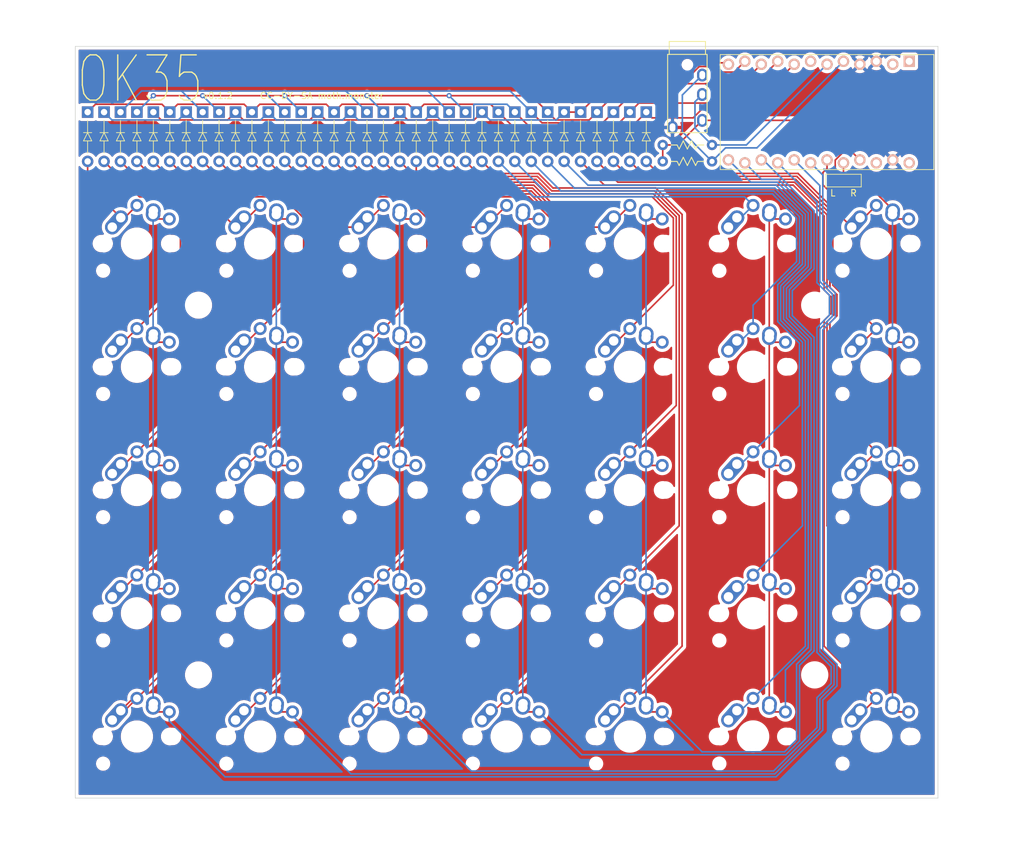
<source format=kicad_pcb>
(kicad_pcb (version 20211014) (generator pcbnew)
  (title_block (title "OK35") (date "2022-02-21") (rev "0.1.1") (company "moth.monster"))
  (layers (0 "F.Cu" signal) (31 "B.Cu" signal) (34 "B.Paste" user) (35 "F.Paste" user) (36 "B.SilkS" user "B.Silkscreen") (37 "F.SilkS" user "F.Silkscreen") (38 "B.Mask" user) (39 "F.Mask" user) (44 "Edge.Cuts" user))
  (net 0 "")
  (net 1 "Row1")
  (net 2 "Net-(D1-Pad2)")
  (net 3 "Row2")
  (net 4 "Net-(D2-Pad2)")
  (net 5 "Row3")
  (net 6 "Net-(D3-Pad2)")
  (net 7 "Row4")
  (net 8 "Net-(D4-Pad2)")
  (net 9 "Row0")
  (net 10 "Net-(D5-Pad2)")
  (net 11 "Net-(D6-Pad2)")
  (net 12 "Net-(D7-Pad2)")
  (net 13 "Net-(D8-Pad2)")
  (net 14 "Net-(D9-Pad2)")
  (net 15 "Net-(D10-Pad2)")
  (net 16 "Net-(D11-Pad2)")
  (net 17 "Net-(D12-Pad2)")
  (net 18 "Net-(D13-Pad2)")
  (net 19 "Net-(D14-Pad2)")
  (net 20 "Net-(D15-Pad2)")
  (net 21 "Net-(D16-Pad2)")
  (net 22 "Net-(D17-Pad2)")
  (net 23 "Net-(D18-Pad2)")
  (net 24 "Net-(D19-Pad2)")
  (net 25 "Net-(D20-Pad2)")
  (net 26 "Net-(D21-Pad2)")
  (net 27 "Net-(D22-Pad2)")
  (net 28 "Net-(D23-Pad2)")
  (net 29 "Net-(D24-Pad2)")
  (net 30 "Net-(D25-Pad2)")
  (net 31 "Net-(D26-Pad2)")
  (net 32 "Net-(D27-Pad2)")
  (net 33 "Net-(D28-Pad2)")
  (net 34 "Net-(D29-Pad2)")
  (net 35 "Net-(D30-Pad2)")
  (net 36 "Net-(D31-Pad2)")
  (net 37 "Net-(D32-Pad2)")
  (net 38 "Net-(D33-Pad2)")
  (net 39 "Net-(D34-Pad2)")
  (net 40 "Net-(D35-Pad2)")
  (net 41 "SDA")
  (net 42 "VCC")
  (net 43 "SCL")
  (net 44 "Col1")
  (net 45 "Col2")
  (net 46 "Col3")
  (net 47 "Col4")
  (net 48 "Col5")
  (net 49 "Col6")
  (net 50 "Net-(U2-Pad20)")
  (net 51 "GND")
  (net 55 "Col0")
  (footprint "keebio:MD_Diode" (layer "F.Cu") (at 101.6 46.54 -90)
    (fp_text reference "D9")
    (fp_text value "D" hide)
  )
  (footprint "keebio:MD_Diode" (layer "F.Cu") (at 149.86 46.54 -90)
    (fp_text reference "D6")
    (fp_text value "D" hide)
  )
  (footprint "Resistor_THT:R_Axial_DIN0207_L6.3mm_D2.5mm_P7.62mm_Horizontal" (layer "F.Cu") (at 177.8 47.81 180)
    (fp_text reference "R2" hide)
    (fp_text value "2K2")
  )
  (footprint "keebio:MX-Alps-Choc-1U-NoLED" (layer "F.Cu") (at 184.15 82.1)
    (fp_text reference "SW13" hide)
    (fp_text value "SW_SPST")
  )
  (footprint "keebio:MX-Alps-Choc-1U-NoLED" (layer "F.Cu") (at 203.2 139.25)
    (fp_text reference "SW35" hide)
    (fp_text value "SW_SPST")
  )
  (footprint "keebio:MX-Alps-Choc-1U-NoLED" (layer "F.Cu") (at 146.05 82.1)
    (fp_text reference "SW11" hide)
    (fp_text value "SW_SPST")
  )
  (footprint "keebio:MX-Alps-Choc-1U-NoLED" (layer "F.Cu") (at 88.9 101.15)
    (fp_text reference "SW15" hide)
    (fp_text value "SW_SPST")
  )
  (footprint "MountingHole:MountingHole_3.2mm_M3" (layer "F.Cu") (at 98.425 129.725)
    (fp_text reference "REF**" hide)
    (fp_text value "MountingHole_3.2mm_M3")
  )
  (footprint "keebio:MD_Diode" (layer "F.Cu") (at 127 46.54 -90)
    (fp_text reference "D11")
    (fp_text value "D" hide)
  )
  (footprint "keebio:MD_Diode" (layer "F.Cu") (at 119.38 46.54 -90)
    (fp_text reference "D24")
    (fp_text value "D" hide)
  )
  (footprint "keebio:MD_Diode" (layer "F.Cu") (at 88.9 46.54 -90)
    (fp_text reference "D8")
    (fp_text value "D" hide)
  )
  (footprint "MountingHole:MountingHole_3.2mm_M3" (layer "F.Cu") (at 98.425 72.575)
    (fp_text reference "REF**" hide)
    (fp_text value "MountingHole_3.2mm_M3")
  )
  (footprint "keebio:MX-Alps-Choc-1U-NoLED" (layer "F.Cu") (at 127 63.05)
    (fp_text reference "SW3" hide)
    (fp_text value "SW_SPST")
  )
  (footprint "keebio:MX-Alps-Choc-1U-NoLED" (layer "F.Cu") (at 107.95 82.1)
    (fp_text reference "SW9" hide)
    (fp_text value "SW_SPST")
  )
  (footprint "keebio:MD_Diode" (layer "F.Cu") (at 152.4 46.54 -90)
    (fp_text reference "D13")
    (fp_text value "D" hide)
  )
  (footprint "keebio:MD_Diode" (layer "F.Cu") (at 170.18 46.54 -90)
    (fp_text reference "D14")
    (fp_text value "D" hide)
  )
  (footprint "keebio:MX-Alps-Choc-1U-NoLED" (layer "F.Cu") (at 146.05 120.2)
    (fp_text reference "SW25" hide)
    (fp_text value "SW_SPST")
  )
  (footprint "keebio:MX-Alps-Choc-1U-NoLED" (layer "F.Cu") (at 146.05 101.15)
    (fp_text reference "SW18" hide)
    (fp_text value "SW_SPST")
  )
  (footprint "keebio:MD_Diode" (layer "F.Cu") (at 114.3 46.54 -90)
    (fp_text reference "D10")
    (fp_text value "D" hide)
  )
  (footprint "keebio:MD_Diode" (layer "F.Cu") (at 111.76 46.54 -90)
    (fp_text reference "D3")
    (fp_text value "D" hide)
  )
  (footprint "keebio:MX-Alps-Choc-1U-NoLED" (layer "F.Cu") (at 127 101.15)
    (fp_text reference "SW17" hide)
    (fp_text value "SW_SPST")
  )
  (footprint "keebio:MD_Diode" (layer "F.Cu") (at 86.36 46.54 -90)
    (fp_text reference "D1")
    (fp_text value "D" hide)
  )
  (footprint "keebio:MD_Diode" (layer "F.Cu") (at 124.46 46.54 -90)
    (fp_text reference "D4")
    (fp_text value "D" hide)
  )
  (footprint "keebio:MX-Alps-Choc-1U-NoLED" (layer "F.Cu") (at 146.05 63.05)
    (fp_text reference "SW4" hide)
    (fp_text value "SW_SPST")
  )
  (footprint "keebio:TRRS-PJ-320A" (layer "F.Cu") (at 173.99 33.8075)
    (fp_text reference "U1")
    (fp_text value "TRRS")
  )
  (footprint "keebio:MD_Diode" (layer "F.Cu") (at 109.22 46.54 -90)
    (fp_text reference "D30")
    (fp_text value "D" hide)
  )
  (footprint "keebio:MD_Diode" (layer "F.Cu") (at 142.24 46.54 -90)
    (fp_text reference "D19")
    (fp_text value "D" hide)
  )
  (footprint "keebio:MD_Diode" (layer "F.Cu") (at 106.68 46.54 -90)
    (fp_text reference "D23")
    (fp_text value "D" hide)
  )
  (footprint "keebio:MX-Alps-Choc-1U-NoLED" (layer "F.Cu") (at 127 82.1)
    (fp_text reference "SW10" hide)
    (fp_text value "SW_SPST")
  )
  (footprint "keebio:MD_Diode" (layer "F.Cu") (at 144.78 46.54 -90)
    (fp_text reference "D26")
    (fp_text value "D" hide)
  )
  (footprint "keebio:MX-Alps-Choc-1U-NoLED" (layer "F.Cu") (at 184.15 139.25)
    (fp_text reference "SW34" hide)
    (fp_text value "SW_SPST")
  )
  (footprint "keebio:MX-Alps-Choc-1U-NoLED" (layer "F.Cu") (at 184.15 120.2)
    (fp_text reference "SW27" hide)
    (fp_text value "SW_SPST")
  )
  (footprint "keebio:MX-Alps-Choc-1U-NoLED" (layer "F.Cu") (at 203.2 101.15)
    (fp_text reference "SW21" hide)
    (fp_text value "SW_SPST")
  )
  (footprint "keebio:MD_Diode" (layer "F.Cu") (at 172.72 46.54 -90)
    (fp_text reference "D7")
    (fp_text value "D" hide)
  )
  (footprint "keebio:MD_Diode" (layer "F.Cu") (at 129.54 46.54 -90)
    (fp_text reference "D18")
    (fp_text value "D" hide)
  )
  (footprint "keebio:MD_Diode" (layer "F.Cu") (at 132.08 46.54 -90)
    (fp_text reference "D25")
    (fp_text value "D" hide)
  )
  (footprint "keebio:MX-Alps-Choc-1U-NoLED" (layer "F.Cu") (at 203.2 120.2)
    (fp_text reference "SW28" hide)
    (fp_text value "SW_SPST")
  )
  (footprint "keebio:MX-Alps-Choc-1U-NoLED" (layer "F.Cu") (at 107.95 101.15)
    (fp_text reference "SW16" hide)
    (fp_text value "SW_SPST")
  )
  (footprint "keebio:MD_Diode" (layer "F.Cu") (at 99.06 46.54 -90)
    (fp_text reference "D2")
    (fp_text value "D" hide)
  )
  (footprint "keebio:MD_Diode" (layer "F.Cu") (at 147.32 46.54 -90)
    (fp_text reference "D33")
    (fp_text value "D" hide)
  )
  (footprint "keebio:MX-Alps-Choc-1U-NoLED" (layer "F.Cu") (at 203.2 63.05)
    (fp_text reference "SW7" hide)
    (fp_text value "SW_SPST")
  )
  (footprint "Resistor_THT:R_Axial_DIN0207_L6.3mm_D2.5mm_P7.62mm_Horizontal" (layer "F.Cu") (at 177.8 50.35 180)
    (fp_text reference "R1" hide)
    (fp_text value "2K2")
  )
  (footprint "keebio:MD_Diode" (layer "F.Cu") (at 162.56 46.54 -90)
    (fp_text reference "D35")
    (fp_text value "D" hide)
  )
  (footprint "keebio:MD_Diode" (layer "F.Cu") (at 139.7 46.54 -90)
    (fp_text reference "D12")
    (fp_text value "D" hide)
  )
  (footprint "keebio:MD_Diode" (layer "F.Cu") (at 160.02 46.54 -90)
    (fp_text reference "D34")
    (fp_text value "D" hide)
  )
  (footprint "keebio:MX-Alps-Choc-1U-NoLED" (layer "F.Cu") (at 88.9 82.1)
    (fp_text reference "SW8" hide)
    (fp_text value "SW_SPST")
  )
  (footprint "MountingHole:MountingHole_3.2mm_M3" (layer "F.Cu") (at 193.675 129.725)
    (fp_text reference "REF**" hide)
    (fp_text value "MountingHole_3.2mm_M3")
  )
  (footprint "keebio:MX-Alps-Choc-1U-NoLED" (layer "F.Cu") (at 88.9 139.25)
    (fp_text reference "SW29" hide)
    (fp_text value "SW_SPST")
  )
  (footprint "keebio:MX-Alps-Choc-1U-NoLED" (layer "F.Cu") (at 165.1 120.2)
    (fp_text reference "SW26" hide)
    (fp_text value "SW_SPST")
  )
  (footprint "keebio:MX-Alps-Choc-1U-NoLED" (layer "F.Cu") (at 165.1 139.25)
    (fp_text reference "SW33" hide)
    (fp_text value "SW_SPST")
  )
  (footprint "keebio:MX-Alps-Choc-1U-NoLED" (layer "F.Cu") (at 127 120.2)
    (fp_text reference "SW24" hide)
    (fp_text value "SW_SPST")
  )
  (footprint "keebio:MD_Diode" (layer "F.Cu") (at 137.16 46.54 -90)
    (fp_text reference "D5")
    (fp_text value "D" hide)
  )
  (footprint "keebio:MD_Diode" (layer "F.Cu") (at 157.48 46.54 -90)
    (fp_text reference "D27")
    (fp_text value "D" hide)
  )
  (footprint "keebio:MD_Diode" (layer "F.Cu") (at 165.1 46.54 -90)
    (fp_text reference "D28")
    (fp_text value "D" hide)
  )
  (footprint "keebio:MX-Alps-Choc-1U-NoLED" (layer "F.Cu") (at 146.05 139.25)
    (fp_text reference "SW32" hide)
    (fp_text value "SW_SPST")
  )
  (footprint "keebio:MX-Alps-Choc-1U-NoLED" (layer "F.Cu") (at 165.1 63.05)
    (fp_text reference "SW5" hide)
    (fp_text value "SW_SPST")
  )
  (footprint "keebio:MD_Diode" (layer "F.Cu") (at 116.84 46.54 -90)
    (fp_text reference "D17")
    (fp_text value "D" hide)
  )
  (footprint "keebio:MX-Alps-Choc-1U-NoLED" (layer "F.Cu") (at 184.15 63.05)
    (fp_text reference "SW6" hide)
    (fp_text value "SW_SPST")
  )
  (footprint "keebio:MD_Diode" (layer "F.Cu") (at 91.44 46.54 -90)
    (fp_text reference "D15")
    (fp_text value "D" hide)
  )
  (footprint "keebio:ArduinoProMicro-ZigZag" (layer "F.Cu") (at 194.31 42.73 180)
    (fp_text reference "U2" hide)
    (fp_text value "ProMicro" hide)
  )
  (footprint "MountingHole:MountingHole_3.2mm_M3" (layer "F.Cu") (at 193.675 72.575)
    (fp_text reference "REF**" hide)
    (fp_text value "MountingHole_3.2mm_M3")
  )
  (footprint "keebio:MD_Diode" (layer "F.Cu") (at 167.64 46.54 -90)
    (fp_text reference "D21")
    (fp_text value "D" hide)
  )
  (footprint "keebio:MX-Alps-Choc-1U-NoLED" (layer "F.Cu") (at 127 139.25)
    (fp_text reference "SW31" hide)
    (fp_text value "SW_SPST")
  )
  (footprint "keebio:MD_Diode" (layer "F.Cu") (at 154.94 46.54 -90)
    (fp_text reference "D20")
    (fp_text value "D" hide)
  )
  (footprint "keebio:MX-Alps-Choc-1U-NoLED" (layer "F.Cu") (at 88.9 120.2)
    (fp_text reference "SW22" hide)
    (fp_text value "SW_SPST")
  )
  (footprint "keebio:MD_Diode" (layer "F.Cu") (at 134.62 46.54 -90)
    (fp_text reference "D32")
    (fp_text value "D" hide)
  )
  (footprint "keebio:MX-Alps-Choc-1U-NoLED" (layer "F.Cu") (at 107.95 63.05)
    (fp_text reference "SW2" hide)
    (fp_text value "SW_SPST")
  )
  (footprint "keebio:MX-Alps-Choc-1U-NoLED" (layer "F.Cu") (at 88.9 63.05)
    (fp_text reference "SW1" hide)
    (fp_text value "SW_SPST")
  )
  (footprint "keebio:MX-Alps-Choc-1U-NoLED" (layer "F.Cu") (at 107.95 120.2)
    (fp_text reference "SW23" hide)
    (fp_text value "SW_SPST")
  )
  (footprint "keebio:MD_Diode" (layer "F.Cu") (at 104.14 46.54 -90)
    (fp_text reference "D16")
    (fp_text value "D" hide)
  )
  (footprint "keebio:MX-Alps-Choc-1U-NoLED" (layer "F.Cu") (at 184.15 101.15)
    (fp_text reference "SW20" hide)
    (fp_text value "SW_SPST")
  )
  (footprint "keebio:MX-Alps-Choc-1U-NoLED" (layer "F.Cu") (at 107.95 139.25)
    (fp_text reference "SW30" hide)
    (fp_text value "SW_SPST")
  )
  (footprint "keebio:MD_Diode" (layer "F.Cu") (at 121.92 46.54 -90)
    (fp_text reference "D31")
    (fp_text value "D" hide)
  )
  (footprint "Jumper:SolderJumper-3_P2.0mm_Open_TrianglePad1.0x1.5mm" (layer "F.Cu") (at 198.12 53.34)
    (fp_text reference "JP1" hide)
    (fp_text value "SolderJumper_3_Open")
  )
  (footprint "keebio:MD_Diode" (layer "F.Cu") (at 96.52 46.54 -90)
    (fp_text reference "D29")
    (fp_text value "D" hide)
  )
  (footprint "keebio:MD_Diode" (layer "F.Cu") (at 93.98 46.54 -90)
    (fp_text reference "D22")
    (fp_text value "D" hide)
  )
  (footprint "keebio:MX-Alps-Choc-1U-NoLED" (layer "F.Cu") (at 203.2 82.1)
    (fp_text reference "SW14" hide)
    (fp_text value "SW_SPST")
  )
  (footprint "keebio:MX-Alps-Choc-1U-NoLED" (layer "F.Cu") (at 165.1 82.1)
    (fp_text reference "SW12" hide)
    (fp_text value "SW_SPST")
  )
  (footprint "keebio:MX-Alps-Choc-1U-NoLED" (layer "F.Cu") (at 165.1 101.15)
    (fp_text reference "SW19" hide)
    (fp_text value "SW_SPST")
  )
  (gr_line (start 171.45 50.35) (end 172.4025 50.35) (layer "F.SilkS") (width 0.15))
  (gr_line (start 171.45 47.81) (end 172.4025 47.81) (layer "F.SilkS") (width 0.15))
  (gr_line (start 175.26 50.985) (end 175.5775 50.35) (layer "F.SilkS") (width 0.15))
  (gr_line (start 173.355 49.715) (end 173.99 50.985) (layer "F.SilkS") (width 0.15))
  (gr_line (start 176.53 47.81) (end 175.5775 47.81) (layer "F.SilkS") (width 0.15))
  (gr_line (start 172.72 48.445) (end 173.355 47.175) (layer "F.SilkS") (width 0.15))
  (gr_line (start 174.625 49.715) (end 175.26 50.985) (layer "F.SilkS") (width 0.15))
  (gr_line (start 172.4025 50.35) (end 172.72 50.985) (layer "F.SilkS") (width 0.15))
  (gr_line (start 172.72 50.985) (end 173.355 49.715) (layer "F.SilkS") (width 0.15))
  (gr_line (start 174.625 47.175) (end 175.26 48.445) (layer "F.SilkS") (width 0.15))
  (gr_line (start 173.355 47.175) (end 173.99 48.445) (layer "F.SilkS") (width 0.15))
  (gr_line (start 172.4025 47.81) (end 172.72 48.445) (layer "F.SilkS") (width 0.15))
  (gr_line (start 175.26 48.445) (end 175.5775 47.81) (layer "F.SilkS") (width 0.15))
  (gr_line (start 176.53 50.35) (end 175.5775 50.35) (layer "F.SilkS") (width 0.15))
  (gr_line (start 173.99 50.985) (end 174.625 49.715) (layer "F.SilkS") (width 0.15))
  (gr_line (start 173.99 48.445) (end 174.625 47.175) (layer "F.SilkS") (width 0.15))
  (gr_line (start 212.725 148.775) (end 79.375 148.775) (layer "Edge.Cuts") (width 0.1))
  (gr_line (start 79.375 148.775) (end 79.375 32.57) (layer "Edge.Cuts") (width 0.1))
  (gr_line (start 212.725 32.57) (end 79.375 32.57) (layer "Edge.Cuts") (width 0.1))
  (gr_line (start 212.725 148.775) (end 212.725 32.57) (layer "Edge.Cuts") (width 0.1))
  (gr_text "CC-BY-SA moth.monster" (at 117.475 40.19) (layer "F.SilkS") (effects (font (size 1 1))))
  (gr_text "v0.1.2\n" (at 99.06 40.19) (layer "F.SilkS") (effects (font (size 1 1)) (justify left)))
  (gr_text "L   R" (at 198.12 55.245) (layer "F.SilkS") (effects (font (size 1 1))))
  (gr_text "OK35" (at 79.375 37.65) (layer "F.SilkS") (effects (font (size 7 5) (thickness 0.2)) (justify left)))
  (segment (start 165.1 42.73) (end 166.49798 41.33202) (width 0.25) (layer "F.Cu") (net 1))
  (segment (start 166.49798 41.33202) (end 181.50938 41.33202) (width 0.25) (layer "F.Cu") (net 1))
  (segment (start 162.987449 44.842551) (end 165.1 42.73) (width 0.25) (layer "F.Cu") (net 1))
  (segment (start 149.432551 44.842551) (end 162.987449 44.842551) (width 0.25) (layer "F.Cu") (net 1))
  (segment (start 181.50938 41.33202) (end 187.96 34.8814) (width 0.25) (layer "F.Cu") (net 1))
  (segment (start 147.32 42.73) (end 149.432551 44.842551) (width 0.25) (layer "F.Cu") (net 1))
  (segment (start 140.97 43.887022) (end 140.913511 43.943511) (width 0.25) (layer "B.Cu") (net 1))
  (segment (start 140.97 41.572978) (end 140.97 43.887022) (width 0.25) (layer "B.Cu") (net 1))
  (segment (start 109.22 42.73) (end 110.433511 43.943511) (width 0.25) (layer "B.Cu") (net 1))
  (segment (start 85.033511 43.943511) (end 95.306489 43.943511) (width 0.25) (layer "B.Cu") (net 1))
  (segment (start 96.52 42.73) (end 97.733511 43.943511) (width 0.25) (layer "B.Cu") (net 1))
  (segment (start 123.133511 43.943511) (end 133.406489 43.943511) (width 0.25) (layer "B.Cu") (net 1))
  (segment (start 133.406489 43.943511) (end 134.62 42.73) (width 0.25) (layer "B.Cu") (net 1))
  (segment (start 141.026489 41.516489) (end 140.97 41.572978) (width 0.25) (layer "B.Cu") (net 1))
  (segment (start 120.706489 43.943511) (end 121.92 42.73) (width 0.25) (layer "B.Cu") (net 1))
  (segment (start 147.32 42.73) (end 146.106489 41.516489) (width 0.25) (layer "B.Cu") (net 1))
  (segment (start 97.733511 43.943511) (end 108.006489 43.943511) (width 0.25) (layer "B.Cu") (net 1))
  (segment (start 95.306489 43.943511) (end 96.52 42.73) (width 0.25) (layer "B.Cu") (net 1))
  (segment (start 121.92 42.73) (end 123.133511 43.943511) (width 0.25) (layer "B.Cu") (net 1))
  (segment (start 135.833511 43.943511) (end 134.62 42.73) (width 0.25) (layer "B.Cu") (net 1))
  (segment (start 146.106489 41.516489) (end 141.026489 41.516489) (width 0.25) (layer "B.Cu") (net 1))
  (segment (start 108.006489 43.943511) (end 109.22 42.73) (width 0.25) (layer "B.Cu") (net 1))
  (segment (start 83.82 42.73) (end 85.033511 43.943511) (width 0.25) (layer "B.Cu") (net 1))
  (segment (start 140.913511 43.943511) (end 135.833511 43.943511) (width 0.25) (layer "B.Cu") (net 1))
  (segment (start 110.433511 43.943511) (end 120.706489 43.943511) (width 0.25) (layer "B.Cu") (net 1))
  (segment (start 81.28 53.93) (end 86.4 59.05) (width 0.25) (layer "F.Cu") (net 2))
  (segment (start 87 59.05) (end 86.4 59.05) (width 0.25) (layer "F.Cu") (net 2))
  (segment (start 81.28 50.35) (end 81.28 53.93) (width 0.25) (layer "F.Cu") (net 2))
  (segment (start 88.9 57.15) (end 87 59.05) (width 0.25) (layer "F.Cu") (net 2))
  (segment (start 182.42658 38.33202) (end 166.95798 38.33202) (width 0.25) (layer "F.Cu") (net 3))
  (segment (start 160.896969 44.393031) (end 162.56 42.73) (width 0.25) (layer "F.Cu") (net 3))
  (segment (start 185.42 35.3386) (end 182.42658 38.33202) (width 0.25) (layer "F.Cu") (net 3))
  (segment (start 166.95798 38.33202) (end 162.56 42.73) (width 0.25) (layer "F.Cu") (net 3))
  (segment (start 151.523031 44.393031) (end 160.896969 44.393031) (width 0.25) (layer "F.Cu") (net 3))
  (segment (start 149.86 42.73) (end 151.523031 44.393031) (width 0.25) (layer "F.Cu") (net 3))
  (segment (start 89.624511 39.465489) (end 86.36 42.73) (width 0.25) (layer "B.Cu") (net 3))
  (segment (start 121.195489 39.465489) (end 121.120511 39.465489) (width 0.25) (layer "B.Cu") (net 3))
  (segment (start 146.595489 39.465489) (end 133.895489 39.465489) (width 0.25) (layer "B.Cu") (net 3))
  (segment (start 121.120511 39.465489) (end 108.495489 39.465489) (width 0.25) (layer "B.Cu") (net 3))
  (segment (start 137.16 42.73) (end 133.895489 39.465489) (width 0.25) (layer "B.Cu") (net 3))
  (segment (start 124.46 42.73) (end 121.195489 39.465489) (width 0.25) (layer "B.Cu") (net 3))
  (segment (start 95.795489 39.465489) (end 89.624511 39.465489) (width 0.25) (layer "B.Cu") (net 3))
  (segment (start 133.895489 39.465489) (end 121.120511 39.465489) (width 0.25) (layer "B.Cu") (net 3))
  (segment (start 108.495489 39.465489) (end 95.795489 39.465489) (width 0.25) (layer "B.Cu") (net 3))
  (segment (start 111.76 42.73) (end 108.495489 39.465489) (width 0.25) (layer "B.Cu") (net 3))
  (segment (start 149.86 42.73) (end 146.595489 39.465489) (width 0.25) (layer "B.Cu") (net 3))
  (segment (start 99.06 42.73) (end 95.795489 39.465489) (width 0.25) (layer "B.Cu") (net 3))
  (segment (start 104.59 60.51) (end 107.95 57.15) (width 0.25) (layer "F.Cu") (net 4))
  (segment (start 93.98 50.35) (end 104.14 60.51) (width 0.25) (layer "F.Cu") (net 4))
  (segment (start 104.14 60.51) (end 104.59 60.51) (width 0.25) (layer "F.Cu") (net 4))
  (segment (start 158.806489 43.943511) (end 160.02 42.73) (width 0.25) (layer "F.Cu") (net 5))
  (segment (start 153.613511 43.943511) (end 158.806489 43.943511) (width 0.25) (layer "F.Cu") (net 5))
  (segment (start 164.8675 37.8825) (end 160.02 42.73) (width 0.25) (layer "F.Cu") (net 5))
  (segment (start 181.221989 36.539411) (end 179.229411 36.539411) (width 0.25) (layer "F.Cu") (net 5))
  (segment (start 173.624689 37.8825) (end 164.8675 37.8825) (width 0.25) (layer "F.Cu") (net 5))
  (segment (start 182.88 34.8814) (end 181.221989 36.539411) (width 0.25) (layer "F.Cu") (net 5))
  (segment (start 124.46 40.19) (end 137.16 40.19) (width 0.25) (layer "F.Cu") (net 5))
  (segment (start 91.44 40.19) (end 99.06 40.19) (width 0.25) (layer "F.Cu") (net 5))
  (segment (start 124.46 40.19) (end 111.76 40.19) (width 0.25) (layer "F.Cu") (net 5))
  (segment (start 152.4 42.73) (end 149.86 40.19) (width 0.25) (layer "F.Cu") (net 5))
  (segment (start 175.824209 35.68298) (end 173.624689 37.8825) (width 0.25) (layer "F.Cu") (net 5))
  (segment (start 111.76 40.19) (end 99.06 40.19) (width 0.25) (layer "F.Cu") (net 5))
  (segment (start 179.229411 36.539411) (end 178.37298 35.68298) (width 0.25) (layer "F.Cu") (net 5))
  (segment (start 149.86 40.19) (end 137.16 40.19) (width 0.25) (layer "F.Cu") (net 5))
  (segment (start 152.4 42.73) (end 153.613511 43.943511) (width 0.25) (layer "F.Cu") (net 5))
  (segment (start 178.37298 35.68298) (end 175.824209 35.68298) (width 0.25) (layer "F.Cu") (net 5))
  (via (at 91.44 40.19) (size 0.8) (drill 0.4) (layers "F.Cu" "B.Cu") (net 5))
  (via (at 137.16 40.19) (size 0.8) (drill 0.4) (layers "F.Cu" "B.Cu") (net 5))
  (via (at 99.06 40.19) (size 0.8) (drill 0.4) (layers "F.Cu" "B.Cu") (net 5))
  (via (at 111.76 40.19) (size 0.8) (drill 0.4) (layers "F.Cu" "B.Cu") (net 5))
  (via (at 124.46 40.19) (size 0.8) (drill 0.4) (layers "F.Cu" "B.Cu") (net 5))
  (segment (start 88.9 42.73) (end 91.44 40.19) (width 0.25) (layer "B.Cu") (net 5))
  (segment (start 139.7 42.73) (end 137.16 40.19) (width 0.25) (layer "B.Cu") (net 5))
  (segment (start 101.6 42.73) (end 99.06 40.19) (width 0.25) (layer "B.Cu") (net 5))
  (segment (start 114.3 42.73) (end 111.76 40.19) (width 0.25) (layer "B.Cu") (net 5))
  (segment (start 127 42.73) (end 124.46 40.19) (width 0.25) (layer "B.Cu") (net 5))
  (segment (start 118.626014 60.51) (end 123.19 60.51) (width 0.25) (layer "F.Cu") (net 6))
  (segment (start 123.19 60.51) (end 123.64 60.51) (width 0.25) (layer "F.Cu") (net 6))
  (segment (start 106.68 50.35) (end 110.357409 54.027409) (width 0.25) (layer "F.Cu") (net 6))
  (segment (start 112.143423 54.027409) (end 118.626014 60.51) (width 0.25) (layer "F.Cu") (net 6))
  (segment (start 123.64 60.51) (end 127 57.15) (width 0.25) (layer "F.Cu") (net 6))
  (segment (start 110.357409 54.027409) (end 112.143423 54.027409) (width 0.25) (layer "F.Cu") (net 6))
  (segment (start 104.14 42.73) (end 105.353511 43.943511) (width 0.25) (layer "F.Cu") (net 7))
  (segment (start 180.1114 35.11) (end 180.34 35.3386) (width 0.25) (layer "F.Cu") (net 7))
  (segment (start 130.753511 43.943511) (end 141.026489 43.943511) (width 0.25) (layer "F.Cu") (net 7))
  (segment (start 128.326489 43.943511) (end 129.54 42.73) (width 0.25) (layer "F.Cu") (net 7))
  (segment (start 118.053511 43.943511) (end 128.326489 43.943511) (width 0.25) (layer "F.Cu") (net 7))
  (segment (start 116.84 42.73) (end 118.053511 43.943511) (width 0.25) (layer "F.Cu") (net 7))
  (segment (start 173.438491 37.43298) (end 175.761471 35.11) (width 0.25) (layer "F.Cu") (net 7))
  (segment (start 157.48 42.73) (end 154.94 42.73) (width 0.25) (layer "F.Cu") (net 7))
  (segment (start 92.653511 43.943511) (end 102.926489 43.943511) (width 0.25) (layer "F.Cu") (net 7))
  (segment (start 157.48 42.73) (end 162.77702 37.43298) (width 0.25) (layer "F.Cu") (net 7))
  (segment (start 129.54 42.73) (end 130.753511 43.943511) (width 0.25) (layer "F.Cu") (net 7))
  (segment (start 102.926489 43.943511) (end 104.14 42.73) (width 0.25) (layer "F.Cu") (net 7))
  (segment (start 162.77702 37.43298) (end 173.438491 37.43298) (width 0.25) (layer "F.Cu") (net 7))
  (segment (start 141.026489 43.943511) (end 142.24 42.73) (width 0.25) (layer "F.Cu") (net 7))
  (segment (start 91.44 42.73) (end 92.653511 43.943511) (width 0.25) (layer "F.Cu") (net 7))
  (segment (start 105.353511 43.943511) (end 115.626489 43.943511) (width 0.25) (layer "F.Cu") (net 7))
  (segment (start 115.626489 43.943511) (end 116.84 42.73) (width 0.25) (layer "F.Cu") (net 7))
  (segment (start 175.761471 35.11) (end 180.1114 35.11) (width 0.25) (layer "F.Cu") (net 7))
  (segment (start 153.726489 43.943511) (end 154.94 42.73) (width 0.25) (layer "B.Cu") (net 7))
  (segment (start 142.24 42.73) (end 143.453511 43.943511) (width 0.25) (layer "B.Cu") (net 7))
  (segment (start 143.453511 43.943511) (end 153.726489 43.943511) (width 0.25) (layer "B.Cu") (net 7))
  (segment (start 131.193421 54.027409) (end 137.676011 60.51) (width 0.25) (layer "F.Cu") (net 8))
  (segment (start 146.05 57.15) (end 142.69 60.51) (width 0.25) (layer "F.Cu") (net 8))
  (segment (start 137.676011 60.51) (end 142.24 60.51) (width 0.25) (layer "F.Cu") (net 8))
  (segment (start 119.38 50.35) (end 123.057409 54.027409) (width 0.25) (layer "F.Cu") (net 8))
  (segment (start 123.057409 54.027409) (end 131.193421 54.027409) (width 0.25) (layer "F.Cu") (net 8))
  (segment (start 142.69 60.51) (end 142.24 60.51) (width 0.25) (layer "F.Cu") (net 8))
  (segment (start 120.593511 41.516489) (end 119.38 42.73) (width 0.25) (layer "F.Cu") (net 9))
  (segment (start 81.28 42.73) (end 82.493511 41.516489) (width 0.25) (layer "F.Cu") (net 9))
  (segment (start 82.493511 41.516489) (end 92.766489 41.516489) (width 0.25) (layer "F.Cu") (net 9))
  (segment (start 130.866489 41.516489) (end 120.593511 41.516489) (width 0.25) (layer "F.Cu") (net 9))
  (segment (start 168.528999 43.618999) (end 174.88819 43.618999) (width 0.25) (layer "F.Cu") (net 9))
  (segment (start 107.893511 41.516489) (end 106.68 42.73) (width 0.25) (layer "F.Cu") (net 9))
  (segment (start 92.766489 41.516489) (end 93.98 42.73) (width 0.25) (layer "F.Cu") (net 9))
  (segment (start 165.077929 45.292071) (end 167.64 42.73) (width 0.25) (layer "F.Cu") (net 9))
  (segment (start 105.466489 41.516489) (end 95.193511 41.516489) (width 0.25) (layer "F.Cu") (net 9))
  (segment (start 174.88819 43.618999) (end 176.725649 41.78154) (width 0.25) (layer "F.Cu") (net 9))
  (segment (start 147.342071 45.292071) (end 165.077929 45.292071) (width 0.25) (layer "F.Cu") (net 9))
  (segment (start 133.293511 41.516489) (end 132.08 42.73) (width 0.25) (layer "F.Cu") (net 9))
  (segment (start 176.725649 41.78154) (end 184.05706 41.78154) (width 0.25) (layer "F.Cu") (net 9))
  (segment (start 167.64 42.73) (end 168.528999 43.618999) (width 0.25) (layer "F.Cu") (net 9))
  (segment (start 119.38 42.73) (end 118.166489 41.516489) (width 0.25) (layer "F.Cu") (net 9))
  (segment (start 132.08 42.73) (end 130.866489 41.516489) (width 0.25) (layer "F.Cu") (net 9))
  (segment (start 106.68 42.73) (end 105.466489 41.516489) (width 0.25) (layer "F.Cu") (net 9))
  (segment (start 144.78 42.73) (end 147.342071 45.292071) (width 0.25) (layer "F.Cu") (net 9))
  (segment (start 184.05706 41.78154) (end 190.5 35.3386) (width 0.25) (layer "F.Cu") (net 9))
  (segment (start 144.78 42.73) (end 143.566489 41.516489) (width 0.25) (layer "F.Cu") (net 9))
  (segment (start 95.193511 41.516489) (end 93.98 42.73) (width 0.25) (layer "F.Cu") (net 9))
  (segment (start 143.566489 41.516489) (end 133.293511 41.516489) (width 0.25) (layer "F.Cu") (net 9))
  (segment (start 118.166489 41.516489) (end 107.893511 41.516489) (width 0.25) (layer "F.Cu") (net 9))
  (segment (start 156.726013 60.51) (end 161.29 60.51) (width 0.25) (layer "F.Cu") (net 10))
  (segment (start 132.08 51.735402) (end 134.367558 54.02296) (width 0.25) (layer "F.Cu") (net 10))
  (segment (start 161.29 60.51) (end 161.74 60.51) (width 0.25) (layer "F.Cu") (net 10))
  (segment (start 150.238973 54.02296) (end 156.726013 60.51) (width 0.25) (layer "F.Cu") (net 10))
  (segment (start 134.367558 54.02296) (end 150.238973 54.02296) (width 0.25) (layer "F.Cu") (net 10))
  (segment (start 132.08 50.35) (end 132.08 51.735402) (width 0.25) (layer "F.Cu") (net 10))
  (segment (start 161.74 60.51) (end 165.1 57.15) (width 0.25) (layer "F.Cu") (net 10))
  (segment (start 184.15 57.15) (end 182.825489 55.825489) (width 0.25) (layer "B.Cu") (net 11))
  (segment (start 150.255489 55.825489) (end 144.78 50.35) (width 0.25) (layer "B.Cu") (net 11))
  (segment (start 180.34 60.51) (end 180.79 60.51) (width 0.25) (layer "B.Cu") (net 11))
  (segment (start 180.79 60.51) (end 184.15 57.15) (width 0.25) (layer "B.Cu") (net 11))
  (segment (start 182.825489 55.825489) (end 150.255489 55.825489) (width 0.25) (layer "B.Cu") (net 11))
  (segment (start 167.64 50.35) (end 169.502268 52.212268) (width 0.25) (layer "F.Cu") (net 12))
  (segment (start 169.502268 52.212268) (end 191.092268 52.212268) (width 0.25) (layer "F.Cu") (net 12))
  (segment (start 191.092268 52.212268) (end 199.39 60.51) (width 0.25) (layer "F.Cu") (net 12))
  (segment (start 199.84 60.51) (end 199.39 60.51) (width 0.25) (layer "F.Cu") (net 12))
  (segment (start 203.2 57.15) (end 199.84 60.51) (width 0.25) (layer "F.Cu") (net 12))
  (segment (start 85.09 79.56) (end 85.54 79.56) (width 0.25) (layer "F.Cu") (net 13))
  (segment (start 95.624521 58.344521) (end 95.624521 69.475479) (width 0.25) (layer "F.Cu") (net 13))
  (segment (start 83.82 50.35) (end 89.295489 55.825489) (width 0.25) (layer "F.Cu") (net 13))
  (segment (start 85.54 79.56) (end 88.9 76.2) (width 0.25) (layer "F.Cu") (net 13))
  (segment (start 89.295489 55.825489) (end 93.105489 55.825489) (width 0.25) (layer "F.Cu") (net 13))
  (segment (start 93.105489 55.825489) (end 95.624521 58.344521) (width 0.25) (layer "F.Cu") (net 13))
  (segment (start 95.624521 69.475479) (end 88.9 76.2) (width 0.25) (layer "F.Cu") (net 13))
  (segment (start 104.14 79.56) (end 104.59 79.56) (width 0.25) (layer "F.Cu") (net 14))
  (segment (start 96.52 50.35) (end 101.995489 55.825489) (width 0.25) (layer "F.Cu") (net 14))
  (segment (start 104.59 79.56) (end 107.95 76.2) (width 0.25) (layer "F.Cu") (net 14))
  (segment (start 111.398632 55.825489) (end 114.674521 59.101378) (width 0.25) (layer "F.Cu") (net 14))
  (segment (start 101.995489 55.825489) (end 111.398632 55.825489) (width 0.25) (layer "F.Cu") (net 14))
  (segment (start 114.674521 69.475479) (end 107.95 76.2) (width 0.25) (layer "F.Cu") (net 14))
  (segment (start 114.674521 59.101378) (end 114.674521 69.475479) (width 0.25) (layer "F.Cu") (net 14))
  (segment (start 114.695489 55.825489) (end 130.448632 55.825489) (width 0.25) (layer "F.Cu") (net 15))
  (segment (start 133.724521 59.101379) (end 133.724521 69.475479) (width 0.25) (layer "F.Cu") (net 15))
  (segment (start 133.724521 69.475479) (end 127 76.2) (width 0.25) (layer "F.Cu") (net 15))
  (segment (start 123.19 79.56) (end 123.64 79.56) (width 0.25) (layer "F.Cu") (net 15))
  (segment (start 109.22 50.35) (end 114.695489 55.825489) (width 0.25) (layer "F.Cu") (net 15))
  (segment (start 130.448632 55.825489) (end 133.724521 59.101379) (width 0.25) (layer "F.Cu") (net 15))
  (segment (start 123.64 79.56) (end 127 76.2) (width 0.25) (layer "F.Cu") (net 15))
  (segment (start 133.627219 55.825489) (end 131.379618 53.577889) (width 0.25) (layer "F.Cu") (net 16))
  (segment (start 149.498632 55.825489) (end 133.627219 55.825489) (width 0.25) (layer "F.Cu") (net 16))
  (segment (start 131.379618 53.577889) (end 125.147889 53.577889) (width 0.25) (layer "F.Cu") (net 16))
  (segment (start 152.774521 59.101378) (end 150.191104 56.517961) (width 0.25) (layer "F.Cu") (net 16))
  (segment (start 146.05 76.2) (end 152.774521 69.475479) (width 0.25) (layer "F.Cu") (net 16))
  (segment (start 142.24 79.56) (end 142.69 79.56) (width 0.25) (layer "F.Cu") (net 16))
  (segment (start 152.774521 69.475479) (end 152.774521 59.101378) (width 0.25) (layer "F.Cu") (net 16))
  (segment (start 150.191104 56.517961) (end 149.498632 55.825489) (width 0.25) (layer "F.Cu") (net 16))
  (segment (start 125.147889 53.577889) (end 121.92 50.35) (width 0.25) (layer "F.Cu") (net 16))
  (segment (start 142.69 79.56) (end 146.05 76.2) (width 0.25) (layer "F.Cu") (net 16))
  (segment (start 161.29 79.56) (end 161.74 79.56) (width 0.25) (layer "F.Cu") (net 17))
  (segment (start 168.531572 55.808428) (end 152.660159 55.808428) (width 0.25) (layer "F.Cu") (net 17))
  (segment (start 152.660159 55.808428) (end 150.42517 53.57344) (width 0.25) (layer "F.Cu") (net 17))
  (segment (start 137.84344 53.57344) (end 134.62 50.35) (width 0.25) (layer "F.Cu") (net 17))
  (segment (start 171.824521 59.101378) (end 168.531572 55.808428) (width 0.25) (layer "F.Cu") (net 17))
  (segment (start 161.74 79.56) (end 165.1 76.2) (width 0.25) (layer "F.Cu") (net 17))
  (segment (start 150.42517 53.57344) (end 137.84344 53.57344) (width 0.25) (layer "F.Cu") (net 17))
  (segment (start 171.824521 69.475479) (end 171.824521 59.101378) (width 0.25) (layer "F.Cu") (net 17))
  (segment (start 165.1 76.2) (end 171.824521 69.475479) (width 0.25) (layer "F.Cu") (net 17))
  (segment (start 190.874521 59.101378) (end 187.581571 55.808429) (width 0.25) (layer "B.Cu") (net 18))
  (segment (start 187.149111 55.375969) (end 187.581571 55.808429) (width 0.25) (layer "B.Cu") (net 18))
  (segment (start 190.874521 65.850479) (end 190.874521 59.101378) (width 0.25) (layer "B.Cu") (net 18))
  (segment (start 147.32 50.35) (end 152.345969 55.375969) (width 0.25) (layer "B.Cu") (net 18))
  (segment (start 184.15 76.2) (end 184.15 72.575) (width 0.25) (layer "B.Cu") (net 18))
  (segment (start 187.581571 55.808429) (end 187.149112 55.375969) (width 0.25) (layer "B.Cu") (net 18))
  (segment (start 184.15 72.575) (end 190.874521 65.850479) (width 0.25) (layer "B.Cu") (net 18))
  (segment (start 152.345969 55.375969) (end 187.149111 55.375969) (width 0.25) (layer "B.Cu") (net 18))
  (segment (start 180.79 79.56) (end 184.15 76.2) (width 0.25) (layer "B.Cu") (net 18))
  (segment (start 180.34 79.56) (end 180.79 79.56) (width 0.25) (layer "B.Cu") (net 18))
  (segment (start 196.475479 58.231197) (end 190.90607 52.661788) (width 0.25) (layer "F.Cu") (net 19))
  (segment (start 167.411788 52.661788) (end 165.1 50.35) (width 0.25) (layer "F.Cu") (net 19))
  (segment (start 190.90607 52.661788) (end 167.411788 52.661788) (width 0.25) (layer "F.Cu") (net 19))
  (segment (start 199.39 79.56) (end 199.84 79.56) (width 0.25) (layer "F.Cu") (net 19))
  (segment (start 199.84 79.56) (end 203.2 76.2) (width 0.25) (layer "F.Cu") (net 19))
  (segment (start 196.475479 69.475479) (end 196.475479 58.231197) (width 0.25) (layer "F.Cu") (net 19))
  (segment (start 203.2 76.2) (end 196.475479 69.475479) (width 0.25) (layer "F.Cu") (net 19))
  (segment (start 96.074041 76.195959) (end 96.074041 88.075959) (width 0.25) (layer "F.Cu") (net 20))
  (segment (start 93.291687 55.375969) (end 96.074041 58.158323) (width 0.25) (layer "F.Cu") (net 20))
  (segment (start 96.074041 69.845959) (end 94.615 71.305) (width 0.25) (layer "F.Cu") (net 20))
  (segment (start 96.074041 58.158323) (end 96.074041 69.845959) (width 0.25) (layer "F.Cu") (net 20))
  (segment (start 85.54 98.61) (end 88.9 95.25) (width 0.25) (layer "F.Cu") (net 20))
  (segment (start 91.385969 55.375969) (end 93.291687 55.375969) (width 0.25) (layer "F.Cu") (net 20))
  (segment (start 85.09 98.61) (end 85.54 98.61) (width 0.25) (layer "F.Cu") (net 20))
  (segment (start 94.615 71.305) (end 94.615 74.736918) (width 0.25) (layer "F.Cu") (net 20))
  (segment (start 86.36 50.35) (end 91.385969 55.375969) (width 0.25) (layer "F.Cu") (net 20))
  (segment (start 94.615 74.736918) (end 96.074041 76.195959) (width 0.25) (layer "F.Cu") (net 20))
  (segment (start 96.074041 88.075959) (end 88.9 95.25) (width 0.25) (layer "F.Cu") (net 20))
  (segment (start 104.085969 55.375969) (end 106.625969 55.375969) (width 0.25) (layer "F.Cu") (net 21))
  (segment (start 99.06 50.35) (end 104.085969 55.375969) (width 0.25) (layer "F.Cu") (net 21))
  (segment (start 115.124041 88.075959) (end 115.124041 60.51) (width 0.25) (layer "F.Cu") (net 21))
  (segment (start 104.14 98.61) (end 104.59 98.61) (width 0.25) (layer "F.Cu") (net 21))
  (segment (start 115.124041 60.51) (end 115.124041 58.91518) (width 0.25) (layer "F.Cu") (net 21))
  (segment (start 104.59 98.61) (end 107.95 95.25) (width 0.25) (layer "F.Cu") (net 21))
  (segment (start 107.95 95.25) (end 115.124041 88.075959) (width 0.25) (layer "F.Cu") (net 21))
  (segment (start 111.58483 55.375969) (end 106.625969 55.375969) (width 0.25) (layer "F.Cu") (net 21))
  (segment (start 115.124041 58.91518) (end 111.58483 55.375969) (width 0.25) (layer "F.Cu") (net 21))
  (segment (start 111.76 50.35) (end 116.785969 55.375969) (width 0.25) (layer "F.Cu") (net 22))
  (segment (start 123.64 98.61) (end 127 95.25) (width 0.25) (layer "F.Cu") (net 22))
  (segment (start 134.174041 88.075959) (end 134.174041 58.915181) (width 0.25) (layer "F.Cu") (net 22))
  (segment (start 127 95.25) (end 134.174041 88.075959) (width 0.25) (layer "F.Cu") (net 22))
  (segment (start 123.19 98.61) (end 123.64 98.61) (width 0.25) (layer "F.Cu") (net 22))
  (segment (start 128.27 55.375969) (end 130.634829 55.375969) (width 0.25) (layer "F.Cu") (net 22))
  (segment (start 130.634829 55.375969) (end 133.774031 58.515171) (width 0.25) (layer "F.Cu") (net 22))
  (segment (start 134.174041 58.915181) (end 133.774031 58.515171) (width 0.25) (layer "F.Cu") (net 22))
  (segment (start 116.785969 55.375969) (end 128.27 55.375969) (width 0.25) (layer "F.Cu") (net 22))
  (segment (start 153.224041 88.075959) (end 153.224041 60.193959) (width 0.25) (layer "F.Cu") (net 23))
  (segment (start 149.684829 55.375969) (end 133.813417 55.375969) (width 0.25) (layer "F.Cu") (net 23))
  (segment (start 142.69 98.61) (end 146.05 95.25) (width 0.25) (layer "F.Cu") (net 23))
  (segment (start 142.24 98.61) (end 142.69 98.61) (width 0.25) (layer "F.Cu") (net 23))
  (segment (start 146.05 95.25) (end 153.224041 88.075959) (width 0.25) (layer "F.Cu") (net 23))
  (segment (start 133.813417 55.375969) (end 131.565815 53.128369) (width 0.25) (layer "F.Cu") (net 23))
  (segment (start 131.565815 53.128369) (end 127.238369 53.128369) (width 0.25) (layer "F.Cu") (net 23))
  (segment (start 153.224041 60.193959) (end 153.224041 58.91518) (width 0.25) (layer "F.Cu") (net 23))
  (segment (start 127.238369 53.128369) (end 124.46 50.35) (width 0.25) (layer "F.Cu") (net 23))
  (segment (start 153.224041 58.91518) (end 149.684829 55.375969) (width 0.25) (layer "F.Cu") (net 23))
  (segment (start 165.1 95.25) (end 172.274041 88.075959) (width 0.25) (layer "F.Cu") (net 24))
  (segment (start 139.93392 53.12392) (end 137.16 50.35) (width 0.25) (layer "F.Cu") (net 24))
  (segment (start 150.611368 53.12392) (end 139.93392 53.12392) (width 0.25) (layer "F.Cu") (net 24))
  (segment (start 172.274041 88.075959) (end 172.274041 58.915181) (width 0.25) (layer "F.Cu") (net 24))
  (segment (start 152.846357 55.358908) (end 150.611368 53.12392) (width 0.25) (layer "F.Cu") (net 24))
  (segment (start 172.274041 58.915181) (end 168.717769 55.358908) (width 0.25) (layer "F.Cu") (net 24))
  (segment (start 161.29 98.61) (end 161.74 98.61) (width 0.25) (layer "F.Cu") (net 24))
  (segment (start 161.74 98.61) (end 165.1 95.25) (width 0.25) (layer "F.Cu") (net 24))
  (segment (start 168.717769 55.358908) (end 152.846357 55.358908) (width 0.25) (layer "F.Cu") (net 24))
  (segment (start 180.79 98.61) (end 184.15 95.25) (width 0.25) (layer "B.Cu") (net 25))
  (segment (start 191.324041 78.479041) (end 191.324041 88.075959) (width 0.25) (layer "B.Cu") (net 25))
  (segment (start 187.335309 54.926449) (end 191.324041 58.91518) (width 0.25) (layer "B.Cu") (net 25))
  (segment (start 191.324041 58.91518) (end 191.324041 66.036677) (width 0.25) (layer "B.Cu") (net 25))
  (segment (start 191.324041 88.075959) (end 184.15 95.25) (width 0.25) (layer "B.Cu") (net 25))
  (segment (start 191.324041 66.036677) (end 187.96 69.400718) (width 0.25) (layer "B.Cu") (net 25))
  (segment (start 187.96 75.115) (end 191.324041 78.479041) (width 0.25) (layer "B.Cu") (net 25))
  (segment (start 180.34 98.61) (end 180.79 98.61) (width 0.25) (layer "B.Cu") (net 25))
  (segment (start 149.86 50.35) (end 154.436449 54.926449) (width 0.25) (layer "B.Cu") (net 25))
  (segment (start 154.436449 54.926449) (end 187.335309 54.926449) (width 0.25) (layer "B.Cu") (net 25))
  (segment (start 187.96 69.400718) (end 187.96 75.115) (width 0.25) (layer "B.Cu") (net 25))
  (segment (start 196.025959 58.417395) (end 196.025959 68.954041) (width 0.25) (layer "F.Cu") (net 26))
  (segment (start 196.025959 68.954041) (end 196.025959 69.845959) (width 0.25) (layer "F.Cu") (net 26))
  (segment (start 196.025959 88.075959) (end 196.025959 75.305476) (width 0.25) (layer "F.Cu") (net 26))
  (segment (start 162.56 50.35) (end 165.321308 53.111308) (width 0.25) (layer "F.Cu") (net 26))
  (segment (start 196.025959 68.954041) (end 196.025959 69.210959) (width 0.25) (layer "F.Cu") (net 26))
  (segment (start 199.39 98.61) (end 199.84 98.61) (width 0.25) (layer "F.Cu") (net 26))
  (segment (start 196.025959 75.305476) (end 197.11404 74.217394) (width 0.25) (layer "F.Cu") (net 26))
  (segment (start 199.84 98.61) (end 203.2 95.25) (width 0.25) (layer "F.Cu") (net 26))
  (segment (start 197.11404 70.93404) (end 196.025959 69.845959) (width 0.25) (layer "F.Cu") (net 26))
  (segment (start 165.321308 53.111308) (end 190.719872 53.111308) (width 0.25) (layer "F.Cu") (net 26))
  (segment (start 197.11404 74.217394) (end 197.11404 70.93404) (width 0.25) (layer "F.Cu") (net 26))
  (segment (start 196.025959 69.210959) (end 196.025959 69.845959) (width 0.25) (layer "F.Cu") (net 26))
  (segment (start 203.2 95.25) (end 196.025959 88.075959) (width 0.25) (layer "F.Cu") (net 26))
  (segment (start 190.719872 53.111308) (end 196.025959 58.417395) (width 0.25) (layer "F.Cu") (net 26))
  (segment (start 95.25 74.48) (end 95.25 71.305718) (width 0.25) (layer "F.Cu") (net 27))
  (segment (start 88.9 114.3) (end 96.523561 106.676439) (width 0.25) (layer "F.Cu") (net 27))
  (segment (start 85.54 117.66) (end 88.9 114.3) (width 0.25) (layer "F.Cu") (net 27))
  (segment (start 85.09 117.66) (end 85.54 117.66) (width 0.25) (layer "F.Cu") (net 27))
  (segment (start 96.517157 70.038561) (end 96.523561 70.038561) (width 0.25) (layer "F.Cu") (net 27))
  (segment (start 95.25 71.305718) (end 96.517157 70.038561) (width 0.25) (layer "F.Cu") (net 27))
  (segment (start 96.523561 75.753561) (end 95.25 74.48) (width 0.25) (layer "F.Cu") (net 27))
  (segment (start 96.523561 106.676439) (end 96.523561 75.753561) (width 0.25) (layer "F.Cu") (net 27))
  (segment (start 96.523561 57.972126) (end 88.901436 50.35) (width 0.25) (layer "F.Cu") (net 27))
  (segment (start 96.523561 70.038561) (end 96.523561 57.972126) (width 0.25) (layer "F.Cu") (net 27))
  (segment (start 88.901436 50.35) (end 88.9 50.35) (width 0.25) (layer "F.Cu") (net 27))
  (segment (start 111.771028 54.926449) (end 106.176449 54.926449) (width 0.25) (layer "F.Cu") (net 28))
  (segment (start 104.59 117.66) (end 107.95 114.3) (width 0.25) (layer "F.Cu") (net 28))
  (segment (start 115.573561 58.728982) (end 111.771028 54.926449) (width 0.25) (layer "F.Cu") (net 28))
  (segment (start 104.14 117.66) (end 104.59 117.66) (width 0.25) (layer "F.Cu") (net 28))
  (segment (start 115.573561 106.676439) (end 115.573561 58.728982) (width 0.25) (layer "F.Cu") (net 28))
  (segment (start 106.176449 54.926449) (end 101.6 50.35) (width 0.25) (layer "F.Cu") (net 28))
  (segment (start 107.95 114.3) (end 115.573561 106.676439) (width 0.25) (layer "F.Cu") (net 28))
  (segment (start 114.3 50.35) (end 118.876449 54.926449) (width 0.25) (layer "F.Cu") (net 29))
  (segment (start 123.64 117.66) (end 127 114.3) (width 0.25) (layer "F.Cu") (net 29))
  (segment (start 134.623561 58.728984) (end 134.623561 106.676439) (width 0.25) (layer "F.Cu") (net 29))
  (segment (start 134.623561 106.676439) (end 127 114.3) (width 0.25) (layer "F.Cu") (net 29))
  (segment (start 130.821026 54.926449) (end 134.623561 58.728984) (width 0.25) (layer "F.Cu") (net 29))
  (segment (start 118.876449 54.926449) (end 130.821026 54.926449) (width 0.25) (layer "F.Cu") (net 29))
  (segment (start 123.19 117.66) (end 123.64 117.66) (width 0.25) (layer "F.Cu") (net 29))
  (segment (start 153.673561 58.728983) (end 149.866578 54.922) (width 0.25) (layer "F.Cu") (net 30))
  (segment (start 153.673561 106.676439) (end 153.673561 58.728983) (width 0.25) (layer "F.Cu") (net 30))
  (segment (start 130.767151 52.678849) (end 131.752011 52.678849) (width 0.25) (layer "F.Cu") (net 30))
  (segment (start 142.24 117.66) (end 142.69 117.66) (width 0.25) (layer "F.Cu") (net 30))
  (segment (start 131.752012 52.678849) (end 131.106849 52.678849) (width 0.25) (layer "F.Cu") (net 30))
  (segment (start 130.767151 52.678849) (end 129.328849 52.678849) (width 0.25) (layer "F.Cu") (net 30))
  (segment (start 149.866578 54.922) (end 133.995163 54.922) (width 0.25) (layer "F.Cu") (net 30))
  (segment (start 131.752011 52.678849) (end 132.529581 53.456419) (width 0.25) (layer "F.Cu") (net 30))
  (segment (start 142.69 117.66) (end 146.05 114.3) (width 0.25) (layer "F.Cu") (net 30))
  (segment (start 146.05 114.3) (end 153.673561 106.676439) (width 0.25) (layer "F.Cu") (net 30))
  (segment (start 133.995163 54.922) (end 132.529581 53.456419) (width 0.25) (layer "F.Cu") (net 30))
  (segment (start 131.106849 52.678849) (end 130.767151 52.678849) (width 0.25) (layer "F.Cu") (net 30))
  (segment (start 129.328849 52.678849) (end 127 50.35) (width 0.25) (layer "F.Cu") (net 30))
  (segment (start 132.529581 53.456419) (end 131.752012 52.678849) (width 0.25) (layer "F.Cu") (net 30))
  (segment (start 131.666314 52.678849) (end 131.106849 52.678849) (width 0.25) (layer "F.Cu") (net 30))
  (segment (start 142.0244 52.6744) (end 150.797566 52.6744) (width 0.25) (layer "F.Cu") (net 31))
  (segment (start 150.797566 52.6744) (end 153.032554 54.909388) (width 0.25) (layer "F.Cu") (net 31))
  (segment (start 139.7 50.35) (end 142.0244 52.6744) (width 0.25) (layer "F.Cu") (net 31))
  (segment (start 161.29 117.66) (end 161.74 117.66) (width 0.25) (layer "F.Cu") (net 31))
  (segment (start 161.74 117.66) (end 165.1 114.3) (width 0.25) (layer "F.Cu") (net 31))
  (segment (start 172.723561 58.728984) (end 172.723561 106.676439) (width 0.25) (layer "F.Cu") (net 31))
  (segment (start 168.903966 54.909388) (end 172.723561 58.728984) (width 0.25) (layer "F.Cu") (net 31))
  (segment (start 172.723561 106.676439) (end 165.1 114.3) (width 0.25) (layer "F.Cu") (net 31))
  (segment (start 153.032554 54.909388) (end 168.903966 54.909388) (width 0.25) (layer "F.Cu") (net 31))
  (segment (start 191.773561 78.292843) (end 188.40952 74.928802) (width 0.25) (layer "B.Cu") (net 32))
  (segment (start 188.40952 69.586916) (end 191.135718 66.860718) (width 0.25) (layer "B.Cu") (net 32))
  (segment (start 156.526929 54.476929) (end 187.521507 54.476929) (width 0.25) (layer "B.Cu") (net 32))
  (segment (start 191.773561 66.222875) (end 191.773561 66.221439) (width 0.25) (layer "B.Cu") (net 32))
  (segment (start 191.773561 106.676439) (end 184.15 114.3) (width 0.25) (layer "B.Cu") (net 32))
  (segment (start 191.135718 66.860718) (end 191.767875 66.228561) (width 0.25) (layer "B.Cu") (net 32))
  (segment (start 191.773561 78.928561) (end 191.773561 78.292843) (width 0.25) (layer "B.Cu") (net 32))
  (segment (start 180.34 117.66) (end 180.79 117.66) (width 0.25) (layer "B.Cu") (net 32))
  (segment (start 152.4 50.35) (end 156.526929 54.476929) (width 0.25) (layer "B.Cu") (net 32))
  (segment (start 191.773561 78.928561) (end 191.773561 106.676439) (width 0.25) (layer "B.Cu") (net 32))
  (segment (start 180.79 117.66) (end 184.15 114.3) (width 0.25) (layer "B.Cu") (net 32))
  (segment (start 191.767875 66.228561) (end 191.773561 66.228561) (width 0.25) (layer "B.Cu") (net 32))
  (segment (start 191.773561 58.728983) (end 191.773561 66.221439) (width 0.25) (layer "B.Cu") (net 32))
  (segment (start 187.521507 54.476929) (end 191.773561 58.728983) (width 0.25) (layer "B.Cu") (net 32))
  (segment (start 188.40952 74.928802) (end 188.40952 69.586916) (width 0.25) (layer "B.Cu") (net 32))
  (segment (start 191.135718 66.860718) (end 191.773561 66.222875) (width 0.25) (layer "B.Cu") (net 32))
  (segment (start 195.576439 75.119279) (end 196.66452 74.031197) (width 0.25) (layer "F.Cu") (net 33))
  (segment (start 195.576439 106.676439) (end 195.576439 75.119279) (width 0.25) (layer "F.Cu") (net 33))
  (segment (start 203.2 114.3) (end 195.576439 106.676439) (width 0.25) (layer "F.Cu") (net 33))
  (segment (start 196.66452 74.031197) (end 196.66452 71.126642) (width 0.25) (layer "F.Cu") (net 33))
  (segment (start 199.39 117.66) (end 199.84 117.66) (width 0.25) (layer "F.Cu") (net 33))
  (segment (start 195.576439 58.603593) (end 190.533674 53.560828) (width 0.25) (layer "F.Cu") (net 33))
  (segment (start 199.84 117.66) (end 203.2 114.3) (width 0.25) (layer "F.Cu") (net 33))
  (segment (start 196.66452 71.126642) (end 195.576439 70.038561) (width 0.25) (layer "F.Cu") (net 33))
  (segment (start 195.576439 70.038561) (end 195.576439 58.603593) (width 0.25) (layer "F.Cu") (net 33))
  (segment (start 190.533674 53.560828) (end 163.230828 53.560828) (width 0.25) (layer "F.Cu") (net 33))
  (segment (start 163.230828 53.560828) (end 160.02 50.35) (width 0.25) (layer "F.Cu") (net 33))
  (segment (start 85.54 136.71) (end 88.9 133.35) (width 0.25) (layer "F.Cu") (net 34))
  (segment (start 88.3 133.35) (end 88.9 133.35) (width 0.25) (layer "F.Cu") (net 34))
  (segment (start 96.973081 70.224758) (end 95.885 71.312839) (width 0.25) (layer "F.Cu") (net 34))
  (segment (start 95.885 74.479282) (end 96.973081 75.567363) (width 0.25) (layer "F.Cu") (net 34))
  (segment (start 96.973081 75.567363) (end 96.973081 125.276919) (width 0.25) (layer "F.Cu") (net 34))
  (segment (start 96.973081 55.883081) (end 96.973081 70.224758) (width 0.25) (layer "F.Cu") (net 34))
  (segment (start 86.4 135.25) (end 88.3 133.35) (width 0.25) (layer "F.Cu") (net 34))
  (segment (start 91.44 50.35) (end 96.973081 55.883081) (width 0.25) (layer "F.Cu") (net 34))
  (segment (start 85.09 136.71) (end 85.54 136.71) (width 0.25) (layer "F.Cu") (net 34))
  (segment (start 95.885 71.312839) (end 95.885 74.479282) (width 0.25) (layer "F.Cu") (net 34))
  (segment (start 96.973081 125.276919) (end 88.9 133.35) (width 0.25) (layer "F.Cu") (net 34))
  (segment (start 104.59 136.71) (end 107.95 133.35) (width 0.25) (layer "F.Cu") (net 35))
  (segment (start 108.266929 54.476929) (end 111.957226 54.476929) (width 0.25) (layer "F.Cu") (net 35))
  (segment (start 104.14 136.71) (end 104.59 136.71) (width 0.25) (layer "F.Cu") (net 35))
  (segment (start 111.957226 54.476929) (end 116.023081 58.542785) (width 0.25) (layer "F.Cu") (net 35))
  (segment (start 116.023081 125.276919) (end 107.95 133.35) (width 0.25) (layer "F.Cu") (net 35))
  (segment (start 116.023081 58.542785) (end 116.023081 125.276919) (width 0.25) (layer "F.Cu") (net 35))
  (segment (start 104.14 50.35) (end 108.266929 54.476929) (width 0.25) (layer "F.Cu") (net 35))
  (segment (start 120.966929 54.476929) (end 131.007223 54.476929) (width 0.25) (layer "F.Cu") (net 36))
  (segment (start 123.19 136.71) (end 123.64 136.71) (width 0.25) (layer "F.Cu") (net 36))
  (segment (start 131.007223 54.476929) (end 135.073081 58.542787) (width 0.25) (layer "F.Cu") (net 36))
  (segment (start 135.073081 125.276919) (end 127 133.35) (width 0.25) (layer "F.Cu") (net 36))
  (segment (start 116.84 50.35) (end 120.966929 54.476929) (width 0.25) (layer "F.Cu") (net 36))
  (segment (start 135.073081 58.542787) (end 135.073081 125.276919) (width 0.25) (layer "F.Cu") (net 36))
  (segment (start 123.64 136.71) (end 127 133.35) (width 0.25) (layer "F.Cu") (net 36))
  (segment (start 129.54 50.35) (end 131.419329 52.229329) (width 0.25) (layer "F.Cu") (net 37))
  (segment (start 154.123081 58.542785) (end 154.123081 125.276919) (width 0.25) (layer "F.Cu") (net 37))
  (segment (start 134.181361 54.47248) (end 150.052775 54.47248) (width 0.25) (layer "F.Cu") (net 37))
  (segment (start 131.938209 52.229329) (end 134.181361 54.47248) (width 0.25) (layer "F.Cu") (net 37))
  (segment (start 142.69 136.71) (end 146.05 133.35) (width 0.25) (layer "F.Cu") (net 37))
  (segment (start 142.24 136.71) (end 142.69 136.71) (width 0.25) (layer "F.Cu") (net 37))
  (segment (start 131.419329 52.229329) (end 131.938209 52.229329) (width 0.25) (layer "F.Cu") (net 37))
  (segment (start 150.052775 54.47248) (end 154.123081 58.542785) (width 0.25) (layer "F.Cu") (net 37))
  (segment (start 154.123081 125.276919) (end 146.05 133.35) (width 0.25) (layer "F.Cu") (net 37))
  (segment (start 169.090163 54.459868) (end 153.218752 54.459868) (width 0.25) (layer "F.Cu") (net 38))
  (segment (start 161.29 136.71) (end 161.74 136.71) (width 0.25) (layer "F.Cu") (net 38))
  (segment (start 153.218752 54.459868) (end 150.983764 52.22488) (width 0.25) (layer "F.Cu") (net 38))
  (segment (start 144.11488 52.22488) (end 142.24 50.35) (width 0.25) (layer "F.Cu") (net 38))
  (segment (start 150.983764 52.22488) (end 144.11488 52.22488) (width 0.25) (layer "F.Cu") (net 38))
  (segment (start 165.1 133.35) (end 173.173081 125.276919) (width 0.25) (layer "F.Cu") (net 38))
  (segment (start 173.173081 125.276919) (end 173.173081 58.542786) (width 0.25) (layer "F.Cu") (net 38))
  (segment (start 173.173081 58.542786) (end 169.090163 54.459868) (width 0.25) (layer "F.Cu") (net 38))
  (segment (start 161.74 136.71) (end 165.1 133.35) (width 0.25) (layer "F.Cu") (net 38))
  (segment (start 188.85904 69.773114) (end 191.771077 66.861077) (width 0.25) (layer "B.Cu") (net 39))
  (segment (start 180.34 136.71) (end 180.79 136.71) (width 0.25) (layer "B.Cu") (net 39))
  (segment (start 192.223081 58.542785) (end 187.707705 54.027409) (width 0.25) (layer "B.Cu") (net 39))
  (segment (start 192.223081 78.106646) (end 188.85904 74.742605) (width 0.25) (layer "B.Cu") (net 39))
  (segment (start 180.79 136.71) (end 184.15 133.35) (width 0.25) (layer "B.Cu") (net 39))
  (segment (start 191.771077 66.861077) (end 191.776762 66.861077) (width 0.25) (layer "B.Cu") (net 39))
  (segment (start 184.15 133.35) (end 192.223081 125.276919) (width 0.25) (layer "B.Cu") (net 39))
  (segment (start 192.223081 125.276919) (end 192.223081 78.106646) (width 0.25) (layer "B.Cu") (net 39))
  (segment (start 191.776762 66.861077) (end 192.223081 66.414758) (width 0.25) (layer "B.Cu") (net 39))
  (segment (start 192.223081 66.414758) (end 192.223081 58.542785) (width 0.25) (layer "B.Cu") (net 39))
  (segment (start 187.707705 54.027409) (end 158.617409 54.027409) (width 0.25) (layer "B.Cu") (net 39))
  (segment (start 188.85904 74.742605) (end 188.85904 69.773114) (width 0.25) (layer "B.Cu") (net 39))
  (segment (start 158.617409 54.027409) (end 154.94 50.35) (width 0.25) (layer "B.Cu") (net 39))
  (segment (start 195.126919 74.933081) (end 195.126919 125.276919) (width 0.25) (layer "F.Cu") (net 40))
  (segment (start 203.2 133.35) (end 199.84 136.71) (width 0.25) (layer "F.Cu") (net 40))
  (segment (start 190.347476 54.010348) (end 195.126919 58.789791) (width 0.25) (layer "F.Cu") (net 40))
  (segment (start 157.48 50.35) (end 161.140348 54.010348) (width 0.25) (layer "F.Cu") (net 40))
  (segment (start 199.84 136.71) (end 199.39 136.71) (width 0.25) (layer "F.Cu") (net 40))
  (segment (start 195.126919 58.789791) (end 195.126919 70.224758) (width 0.25) (layer "F.Cu") (net 40))
  (segment (start 195.126919 70.224758) (end 196.215 71.312839) (width 0.25) (layer "F.Cu") (net 40))
  (segment (start 161.140348 54.010348) (end 190.347476 54.010348) (width 0.25) (layer "F.Cu") (net 40))
  (segment (start 196.215 71.312839) (end 196.215 73.845) (width 0.25) (layer "F.Cu") (net 40))
  (segment (start 196.215 73.845) (end 195.126919 74.933081) (width 0.25) (layer "F.Cu") (net 40))
  (segment (start 195.126919 125.276919) (end 203.2 133.35) (width 0.25) (layer "F.Cu") (net 40))
  (segment (start 176.29 37.0075) (end 173.215479 40.082021) (width 0.25) (layer "B.Cu") (net 41))
  (segment (start 173.215479 45.765479) (end 177.8 50.35) (width 0.25) (layer "B.Cu") (net 41))
  (segment (start 177.8 50.35) (end 179.89048 48.25952) (width 0.25) (layer "B.Cu") (net 41))
  (segment (start 184.74188 48.25952) (end 198.12 34.8814) (width 0.25) (layer "B.Cu") (net 41))
  (segment (start 179.89048 48.25952) (end 184.74188 48.25952) (width 0.25) (layer "B.Cu") (net 41))
  (segment (start 173.215479 40.082021) (end 173.215479 45.765479) (width 0.25) (layer "B.Cu") (net 41))
  (segment (start 198.7768 48.2382) (end 200.66 50.1214) (width 0.25) (layer "F.Cu") (net 42))
  (segment (start 196.85 51.435) (end 196.12 52.165) (width 0.25) (layer "F.Cu") (net 42))
  (segment (start 196.85 50.150396) (end 196.85 51.435) (width 0.25) (layer "F.Cu") (net 42))
  (segment (start 196.12 52.165) (end 196.12 53.34) (width 0.25) (layer "F.Cu") (net 42))
  (segment (start 172.4875 47.81) (end 176.29 44.0075) (width 0.25) (layer "F.Cu") (net 42))
  (segment (start 198.7768 48.2382) (end 198.762196 48.2382) (width 0.25) (layer "F.Cu") (net 42))
  (segment (start 170.18 50.35) (end 170.18 47.81) (width 0.25) (layer "F.Cu") (net 42))
  (segment (start 170.18 47.81) (end 172.4875 47.81) (width 0.25) (layer "F.Cu") (net 42))
  (segment (start 198.762196 48.2382) (end 196.85 50.150396) (width 0.25) (layer "F.Cu") (net 42))
  (segment (start 194.5461 44.0075) (end 198.7768 48.2382) (width 0.25) (layer "F.Cu") (net 42))
  (segment (start 176.29 44.0075) (end 194.5461 44.0075) (width 0.25) (layer "F.Cu") (net 42))
  (segment (start 176.29 40.0075) (end 175.16548 41.13202) (width 0.25) (layer "B.Cu") (net 43))
  (segment (start 175.16548 45.17548) (end 177.8 47.81) (width 0.25) (layer "B.Cu") (net 43))
  (segment (start 177.8 47.81) (end 183.1086 47.81) (width 0.25) (layer "B.Cu") (net 43))
  (segment (start 175.16548 41.13202) (end 175.16548 45.17548) (width 0.25) (layer "B.Cu") (net 43))
  (segment (start 183.1086 47.81) (end 195.58 35.3386) (width 0.25) (layer "B.Cu") (net 43))
  (segment (start 112.95 97.35) (end 111.15 97.35) (width 0.25) (layer "F.Cu") (net 44))
  (segment (start 111.15 78.3) (end 110.45 77.6) (width 0.25) (layer "F.Cu") (net 44))
  (segment (start 112.95 135.45) (end 111.15 135.45) (width 0.25) (layer "F.Cu") (net 44))
  (segment (start 112.95 116.4) (end 111.15 116.4) (width 0.25) (layer "F.Cu") (net 44))
  (segment (start 111.15 135.45) (end 110.45 134.75) (width 0.25) (layer "F.Cu") (net 44))
  (segment (start 111.15 116.4) (end 110.45 115.7) (width 0.25) (layer "F.Cu") (net 44))
  (segment (start 110.49 96.69) (end 110.45 96.65) (width 0.25) (layer "F.Cu") (net 44))
  (segment (start 112.95 59.25) (end 111.15 59.25) (width 0.25) (layer "F.Cu") (net 44))
  (segment (start 111.15 97.35) (end 110.45 96.65) (width 0.25) (layer "F.Cu") (net 44))
  (segment (start 111.15 59.25) (end 110.45 58.55) (width 0.25) (layer "F.Cu") (net 44))
  (segment (start 112.95 78.3) (end 111.15 78.3) (width 0.25) (layer "F.Cu") (net 44))
  (segment (start 196.40048 74.293802) (end 194.470681 76.223602) (width 0.25) (layer "B.Cu") (net 44))
  (segment (start 194.470681 126.076399) (end 196.66452 128.270238) (width 0.25) (layer "B.Cu") (net 44))
  (segment (start 187.505367 145.03352) (end 121.985338 145.03352) (width 0.25) (layer "B.Cu") (net 44))
  (segment (start 196.66452 128.270238) (end 196.66452 131.23852) (width 0.25) (layer "B.Cu") (net 44))
  (segment (start 196.66452 131.23852) (end 194.470681 133.432359) (width 0.25) (layer "B.Cu") (net 44))
  (segment (start 194.470681 138.068207) (end 187.505367 145.03352) (width 0.25) (layer "B.Cu") (net 44))
  (segment (start 194.470681 133.432359) (end 194.470681 138.068207) (width 0.25) (layer "B.Cu") (net 44))
  (segment (start 110.45 134.75) (end 110.45 58.55) (width 0.25) (layer "B.Cu") (net 44))
  (segment (start 121.985338 145.03352) (end 112.95 135.998182) (width 0.25) (layer "B.Cu") (net 44))
  (segment (start 194.470681 68.926399) (end 196.40048 70.856198) (width 0.25) (layer "B.Cu") (net 44))
  (segment (start 194.470681 76.223602) (end 194.470681 126.076399) (width 0.25) (layer "B.Cu") (net 44))
  (segment (start 112.95 135.998182) (end 112.95 135.45) (width 0.25) (layer "B.Cu") (net 44))
  (segment (start 190.5 50.1214) (end 194.470681 54.092081) (width 0.25) (layer "B.Cu") (net 44))
  (segment (start 196.40048 70.856198) (end 196.40048 74.293802) (width 0.25) (layer "B.Cu") (net 44))
  (segment (start 194.470681 54.092081) (end 194.470681 68.926399) (width 0.25) (layer "B.Cu") (net 44))
  (segment (start 132 59.25) (end 130.2 59.25) (width 0.25) (layer "F.Cu") (net 45))
  (segment (start 130.2 116.4) (end 129.5 115.7) (width 0.25) (layer "F.Cu") (net 45))
  (segment (start 130.2 97.35) (end 129.5 96.65) (width 0.25) (layer "F.Cu") (net 45))
  (segment (start 132 78.3) (end 130.2 78.3) (width 0.25) (layer "F.Cu") (net 45))
  (segment (start 130.2 135.45) (end 129.5 134.75) (width 0.25) (layer "F.Cu") (net 45))
  (segment (start 130.2 78.3) (end 129.5 77.6) (width 0.25) (layer "F.Cu") (net 45))
  (segment (start 132 135.45) (end 130.2 135.45) (width 0.25) (layer "F.Cu") (net 45))
  (segment (start 132 97.35) (end 130.2 97.35) (width 0.25) (layer "F.Cu") (net 45))
  (segment (start 130.2 59.25) (end 129.5 58.55) (width 0.25) (layer "F.Cu") (net 45))
  (segment (start 132 116.4) (end 130.2 116.4) (width 0.25) (layer "F.Cu") (net 45))
  (segment (start 196.215 131.052322) (end 194.021161 133.246161) (width 0.25) (layer "B.Cu") (net 45))
  (segment (start 191.259085 140.644085) (end 191.773561 140.129609) (width 0.25) (layer "B.Cu") (net 45))
  (segment (start 191.259085 140.644085) (end 187.31917 144.584) (width 0.25) (layer "B.Cu") (net 45))
  (segment (start 194.021161 126.262597) (end 196.215 128.456436) (width 0.25) (layer "B.Cu") (net 45))
  (segment (start 195.95096 71.042395) (end 195.95096 74.107604) (width 0.25) (layer "B.Cu") (net 45))
  (segment (start 194.021161 69.112596) (end 195.95096 71.042395) (width 0.25) (layer "B.Cu") (net 45))
  (segment (start 194.021161 76.037403) (end 194.021161 126.262597) (width 0.25) (layer "B.Cu") (net 45))
  (segment (start 187.31917 144.584) (end 140.585818 144.584) (width 0.25) (layer "B.Cu") (net 45))
  (segment (start 194.021161 56.639761) (end 194.021161 69.112596) (width 0.25) (layer "B.Cu") (net 45))
  (segment (start 187.96 50.5786) (end 194.021161 56.639761) (width 0.25) (layer "B.Cu") (net 45))
  (segment (start 196.215 128.456436) (end 196.215 131.052322) (width 0.25) (layer "B.Cu") (net 45))
  (segment (start 140.585818 144.584) (end 132 135.998182) (width 0.25) (layer "B.Cu") (net 45))
  (segment (start 129.5 58.55) (end 129.5 134.75) (width 0.25) (layer "B.Cu") (net 45))
  (segment (start 132 135.998182) (end 132 135.45) (width 0.25) (layer "B.Cu") (net 45))
  (segment (start 195.95096 74.107604) (end 194.021161 76.037403) (width 0.25) (layer "B.Cu") (net 45))
  (segment (start 194.021161 133.246161) (end 194.021161 137.882009) (width 0.25) (layer "B.Cu") (net 45))
  (segment (start 194.021161 137.882009) (end 191.259085 140.644085) (width 0.25) (layer "B.Cu") (net 45))
  (segment (start 149.25 59.25) (end 148.55 58.55) (width 0.25) (layer "F.Cu") (net 46))
  (segment (start 151.05 59.25) (end 149.25 59.25) (width 0.25) (layer "F.Cu") (net 46))
  (segment (start 149.25 116.4) (end 148.55 115.7) (width 0.25) (layer "F.Cu") (net 46))
  (segment (start 149.25 78.3) (end 148.55 77.6) (width 0.25) (layer "F.Cu") (net 46))
  (segment (start 151.05 135.45) (end 149.25 135.45) (width 0.25) (layer "F.Cu") (net 46))
  (segment (start 151.05 78.3) (end 149.25 78.3) (width 0.25) (layer "F.Cu") (net 46))
  (segment (start 149.25 135.45) (end 148.55 134.75) (width 0.25) (layer "F.Cu") (net 46))
  (segment (start 151.05 97.35) (end 149.25 97.35) (width 0.25) (layer "F.Cu") (net 46))
  (segment (start 151.05 116.4) (end 149.25 116.4) (width 0.25) (layer "F.Cu") (net 46))
  (segment (start 149.25 97.35) (end 148.55 96.65) (width 0.25) (layer "F.Cu") (net 46))
  (segment (start 193.571641 66.973351) (end 190.2076 70.337392) (width 0.25) (layer "B.Cu") (net 46))
  (segment (start 191.324041 139.943411) (end 189.199511 142.067941) (width 0.25) (layer "B.Cu") (net 46))
  (segment (start 185.42 50.1214) (end 185.708848 50.1214) (width 0.25) (layer "B.Cu") (net 46))
  (segment (start 157.667941 142.067941) (end 151.05 135.45) (width 0.25) (layer "B.Cu") (net 46))
  (segment (start 191.324041 128.266677) (end 191.324041 139.943411) (width 0.25) (layer "B.Cu") (net 46))
  (segment (start 193.571641 126.019077) (end 191.324041 128.266677) (width 0.25) (layer "B.Cu") (net 46))
  (segment (start 190.2076 74.184011) (end 193.571641 77.548052) (width 0.25) (layer "B.Cu") (net 46))
  (segment (start 185.708848 50.1214) (end 193.571641 57.984194) (width 0.25) (layer "B.Cu") (net 46))
  (segment (start 148.55 134.75) (end 148.55 58.55) (width 0.25) (layer "B.Cu") (net 46))
  (segment (start 193.571641 57.984194) (end 193.571641 66.973351) (width 0.25) (layer "B.Cu") (net 46))
  (segment (start 193.571641 77.548052) (end 193.571641 126.019077) (width 0.25) (layer "B.Cu") (net 46))
  (segment (start 190.2076 70.337392) (end 190.2076 74.184011) (width 0.25) (layer "B.Cu") (net 46))
  (segment (start 189.199511 142.067941) (end 157.667941 142.067941) (width 0.25) (layer "B.Cu") (net 46))
  (segment (start 168.3 78.3) (end 167.6 77.6) (width 0.25) (layer "F.Cu") (net 47))
  (segment (start 168.3 135.45) (end 167.6 134.75) (width 0.25) (layer "F.Cu") (net 47))
  (segment (start 170.1 135.45) (end 168.3 135.45) (width 0.25) (layer "F.Cu") (net 47))
  (segment (start 170.1 97.35) (end 168.3 97.35) (width 0.25) (layer "F.Cu") (net 47))
  (segment (start 170.1 59.25) (end 168.3 59.25) (width 0.25) (layer "F.Cu") (net 47))
  (segment (start 168.3 59.25) (end 167.6 58.55) (width 0.25) (layer "F.Cu") (net 47))
  (segment (start 168.3 116.4) (end 167.6 115.7) (width 0.25) (layer "F.Cu") (net 47))
  (segment (start 170.1 116.4) (end 168.3 116.4) (width 0.25) (layer "F.Cu") (net 47))
  (segment (start 168.3 97.35) (end 167.6 96.65) (width 0.25) (layer "F.Cu") (net 47))
  (segment (start 170.1 78.3) (end 168.3 78.3) (width 0.25) (layer "F.Cu") (net 47))
  (segment (start 190.874521 128.080479) (end 193.122121 125.832879) (width 0.25) (layer "B.Cu") (net 47))
  (segment (start 193.122121 125.832879) (end 193.122121 77.73425) (width 0.25) (layer "B.Cu") (net 47))
  (segment (start 176.268421 141.618421) (end 189.013314 141.618421) (width 0.25) (layer "B.Cu") (net 47))
  (segment (start 193.122121 66.787154) (end 193.122121 58.170391) (width 0.25) (layer "B.Cu") (net 47))
  (segment (start 193.122121 77.73425) (end 189.75808 74.370209) (width 0.25) (layer "B.Cu") (net 47))
  (segment (start 170.1 135.45) (end 176.268421 141.618421) (width 0.25) (layer "B.Cu") (net 47))
  (segment (start 189.013314 141.618421) (end 190.874521 139.757215) (width 0.25) (layer "B.Cu") (net 47))
  (segment (start 190.874521 139.757215) (end 190.874521 128.080479) (width 0.25) (layer "B.Cu") (net 47))
  (segment (start 189.75808 70.151195) (end 193.122121 66.787154) (width 0.25) (layer "B.Cu") (net 47))
  (segment (start 189.75808 74.370209) (end 189.75808 70.151195) (width 0.25) (layer "B.Cu") (net 47))
  (segment (start 193.122121 58.170391) (end 188.0801 53.128369) (width 0.25) (layer "B.Cu") (net 47))
  (segment (start 185.429769 53.128369) (end 182.88 50.5786) (width 0.25) (layer "B.Cu") (net 47))
  (segment (start 188.0801 53.128369) (end 185.429769 53.128369) (width 0.25) (layer "B.Cu") (net 47))
  (segment (start 167.6 58.55) (end 167.6 134.75) (width 0.25) (layer "B.Cu") (net 47))
  (segment (start 189.15 59.25) (end 187.35 59.25) (width 0.25) (layer "F.Cu") (net 48))
  (segment (start 187.35 97.35) (end 186.65 96.65) (width 0.25) (layer "F.Cu") (net 48))
  (segment (start 189.15 97.35) (end 187.35 97.35) (width 0.25) (layer "F.Cu") (net 48))
  (segment (start 189.15 116.4) (end 187.35 116.4) (width 0.25) (layer "F.Cu") (net 48))
  (segment (start 186.65 58.55) (end 186.65 134.75) (width 0.25) (layer "F.Cu") (net 48))
  (segment (start 187.35 78.3) (end 186.65 77.6) (width 0.25) (layer "F.Cu") (net 48))
  (segment (start 187.35 59.25) (end 186.65 58.55) (width 0.25) (layer "F.Cu") (net 48))
  (segment (start 187.35 116.4) (end 186.65 115.7) (width 0.25) (layer "F.Cu") (net 48))
  (segment (start 187.35 135.45) (end 186.65 134.75) (width 0.25) (layer "F.Cu") (net 48))
  (segment (start 189.15 78.3) (end 187.35 78.3) (width 0.25) (layer "F.Cu") (net 48))
  (segment (start 189.15 135.45) (end 187.35 135.45) (width 0.25) (layer "F.Cu") (net 48))
  (segment (start 187.893902 53.577889) (end 192.672601 58.356588) (width 0.25) (layer "B.Cu") (net 48))
  (segment (start 183.796489 53.577889) (end 187.893902 53.577889) (width 0.25) (layer "B.Cu") (net 48))
  (segment (start 192.672601 77.920448) (end 192.672601 125.547601) (width 0.25) (layer "B.Cu") (net 48))
  (segment (start 192.672601 66.600956) (end 189.30856 69.964997) (width 0.25) (layer "B.Cu") (net 48))
  (segment (start 180.34 50.1214) (end 183.796489 53.577889) (width 0.25) (layer "B.Cu") (net 48))
  (segment (start 189.30856 74.556407) (end 192.672601 77.920448) (width 0.25) (layer "B.Cu") (net 48))
  (segment (start 189.30856 69.964997) (end 189.30856 74.556407) (width 0.25) (layer "B.Cu") (net 48))
  (segment (start 192.672601 58.356588) (end 192.672601 66.600956) (width 0.25) (layer "B.Cu") (net 48))
  (segment (start 192.672601 125.547601) (end 192.588117 125.547601) (width 0.25) (layer "B.Cu") (net 48))
  (segment (start 189.15 128.985718) (end 189.15 135.45) (width 0.25) (layer "B.Cu") (net 48))
  (segment (start 192.588117 125.547601) (end 189.15 128.985718) (width 0.25) (layer "B.Cu") (net 48))
  (segment (start 195.58 54.61) (end 202.533142 54.61) (width 0.25) (layer "F.Cu") (net 49))
  (segment (start 202.533142 54.61) (end 203.819071 55.895929) (width 0.25) (layer "F.Cu") (net 49))
  (segment (start 206.4 78.3) (end 205.7 77.6) (width 0.25) (layer "F.Cu") (net 49))
  (segment (start 206.4 135.45) (end 205.7 134.75) (width 0.25) (layer "F.Cu") (net 49))
  (segment (start 208.2 135.45) (end 206.4 135.45) (width 0.25) (layer "F.Cu") (net 49))
  (segment (start 194.945 53.975) (end 195.58 54.61) (width 0.25) (layer "F.Cu") (net 49))
  (segment (start 208.2 59.25) (end 206.4 59.25) (width 0.25) (layer "F.Cu") (net 49))
  (segment (start 205.74 57.816857) (end 203.819071 55.895929) (width 0.25) (layer "F.Cu") (net 49))
  (segment (start 208.2 116.4) (end 206.4 116.4) (width 0.25) (layer "F.Cu") (net 49))
  (segment (start 203.819071 55.895929) (end 203.748632 55.825489) (width 0.25) (layer "F.Cu") (net 49))
  (segment (start 206.4 116.4) (end 205.7 115.7) (width 0.25) (layer "F.Cu") (net 49))
  (segment (start 194.945 52.07) (end 194.945 53.975) (width 0.25) (layer "F.Cu") (net 49))
  (segment (start 205.74 57.97) (end 205.74 57.816857) (width 0.25) (layer "F.Cu") (net 49))
  (segment (start 206.4 59.25) (end 205.7 58.55) (width 0.25) (layer "F.Cu") (net 49))
  (segment (start 208.2 97.35) (end 206.4 97.35) (width 0.25) (layer "F.Cu") (net 49))
  (segment (start 195.58 50.1214) (end 195.58 51.435) (width 0.25) (layer "F.Cu") (net 49))
  (segment (start 208.2 78.3) (end 206.4 78.3) (width 0.25) (layer "F.Cu") (net 49))
  (segment (start 206.4 97.35) (end 205.7 96.65) (width 0.25) (layer "F.Cu") (net 49))
  (segment (start 195.58 51.435) (end 194.945 52.07) (width 0.25) (layer "F.Cu") (net 49))
  (segment (start 205.7 58.55) (end 205.7 134.75) (width 0.25) (layer "B.Cu") (net 49))
  (segment (start 198.12 53.34) (end 198.12 50.5786) (width 0.25) (layer "F.Cu") (net 50))
  (segment (start 92.1 78.3) (end 91.4 77.6) (width 0.25) (layer "F.Cu") (net 55))
  (segment (start 93.9 59.25) (end 92.1 59.25) (width 0.25) (layer "F.Cu") (net 55))
  (segment (start 93.9 97.35) (end 92.1 97.35) (width 0.25) (layer "F.Cu") (net 55))
  (segment (start 92.1 97.35) (end 91.4 96.65) (width 0.25) (layer "F.Cu") (net 55))
  (segment (start 92.1 116.4) (end 91.4 115.7) (width 0.25) (layer "F.Cu") (net 55))
  (segment (start 92.1 135.45) (end 91.4 134.75) (width 0.25) (layer "F.Cu") (net 55))
  (segment (start 93.9 135.45) (end 92.1 135.45) (width 0.25) (layer "F.Cu") (net 55))
  (segment (start 93.9 78.3) (end 92.1 78.3) (width 0.25) (layer "F.Cu") (net 55))
  (segment (start 91.4 96.65) (end 91.44 96.69) (width 0.25) (layer "F.Cu") (net 55))
  (segment (start 91.44 58.59) (end 91.4 58.55) (width 0.25) (layer "F.Cu") (net 55))
  (segment (start 93.9 116.4) (end 92.1 116.4) (width 0.25) (layer "F.Cu") (net 55))
  (segment (start 91.44 115.66) (end 91.4 115.7) (width 0.25) (layer "F.Cu") (net 55))
  (segment (start 92.1 59.25) (end 91.4 58.55) (width 0.25) (layer "F.Cu") (net 55))
  (segment (start 102.518827 145.48304) (end 93.9 136.864213) (width 0.25) (layer "B.Cu") (net 55))
  (segment (start 193.04 50.5786) (end 194.920201 52.458801) (width 0.25) (layer "B.Cu") (net 55))
  (segment (start 197.11404 128.084041) (end 197.11404 131.424717) (width 0.25) (layer "B.Cu") (net 55))
  (segment (start 197.11404 131.424717) (end 194.920201 133.618556) (width 0.25) (layer "B.Cu") (net 55))
  (segment (start 194.920201 133.618556) (end 194.920201 138.254405) (width 0.25) (layer "B.Cu") (net 55))
  (segment (start 196.85 74.48) (end 194.920201 76.409799) (width 0.25) (layer "B.Cu") (net 55))
  (segment (start 194.920201 52.458801) (end 194.920201 68.740201) (width 0.25) (layer "B.Cu") (net 55))
  (segment (start 194.920201 125.890201) (end 197.11404 128.084041) (width 0.25) (layer "B.Cu") (net 55))
  (segment (start 194.920201 76.409799) (end 194.920201 125.890201) (width 0.25) (layer "B.Cu") (net 55))
  (segment (start 91.4 58.55) (end 91.4 134.75) (width 0.25) (layer "B.Cu") (net 55))
  (segment (start 194.920201 68.740201) (end 196.85 70.67) (width 0.25) (layer "B.Cu") (net 55))
  (segment (start 196.85 70.67) (end 196.85 74.48) (width 0.25) (layer "B.Cu") (net 55))
  (segment (start 194.920201 138.254405) (end 187.691566 145.48304) (width 0.25) (layer "B.Cu") (net 55))
  (segment (start 93.9 136.864213) (end 93.9 135.45) (width 0.25) (layer "B.Cu") (net 55))
  (segment (start 187.691566 145.48304) (end 102.518827 145.48304) (width 0.25) (layer "B.Cu") (net 55))
  (zone (net 51) (net_name "GND") (layers F&B.Cu) (connect_pads (clearance 0.508)) (min_thickness 0.254) (fill yes (thermal_gap 0.508) (thermal_bridge_width 0.508))
    (polygon (pts (xy 215.9 25.4) (xy 215.9 152.585) (xy 76.2 152.4) (xy 76.2 25.4)))
  )
)
</source>
